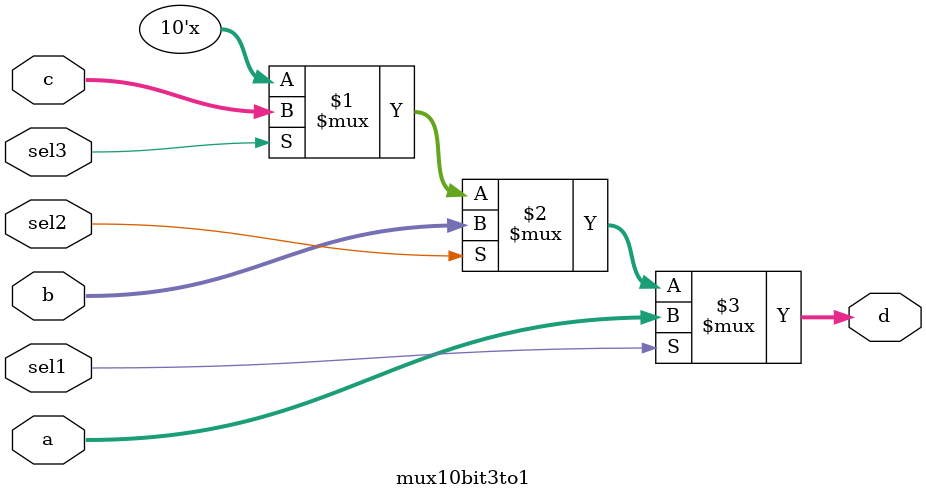
<source format=v>
module mux10bit3to1(input [9:0]a,b,c, input sel1,sel2, sel3, output [9:0]d);
	assign d = sel1 ? a : (sel2 ? b : (sel3 ? c : 10'bz));
endmodule

</source>
